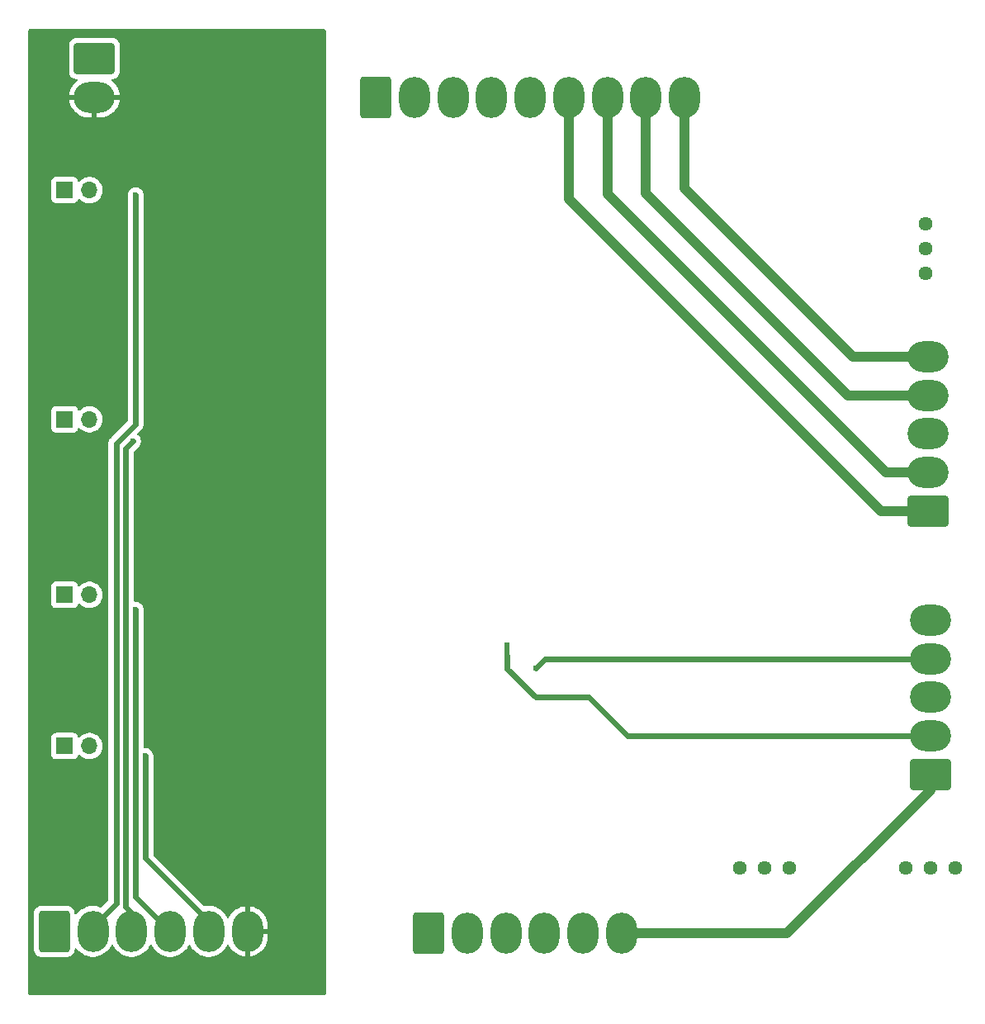
<source format=gbr>
%TF.GenerationSoftware,KiCad,Pcbnew,9.0.0*%
%TF.CreationDate,2025-03-19T21:00:22-07:00*%
%TF.ProjectId,CRT_main_supply_2,4352545f-6d61-4696-9e5f-737570706c79,rev?*%
%TF.SameCoordinates,Original*%
%TF.FileFunction,Copper,L2,Bot*%
%TF.FilePolarity,Positive*%
%FSLAX46Y46*%
G04 Gerber Fmt 4.6, Leading zero omitted, Abs format (unit mm)*
G04 Created by KiCad (PCBNEW 9.0.0) date 2025-03-19 21:00:22*
%MOMM*%
%LPD*%
G01*
G04 APERTURE LIST*
G04 Aperture macros list*
%AMRoundRect*
0 Rectangle with rounded corners*
0 $1 Rounding radius*
0 $2 $3 $4 $5 $6 $7 $8 $9 X,Y pos of 4 corners*
0 Add a 4 corners polygon primitive as box body*
4,1,4,$2,$3,$4,$5,$6,$7,$8,$9,$2,$3,0*
0 Add four circle primitives for the rounded corners*
1,1,$1+$1,$2,$3*
1,1,$1+$1,$4,$5*
1,1,$1+$1,$6,$7*
1,1,$1+$1,$8,$9*
0 Add four rect primitives between the rounded corners*
20,1,$1+$1,$2,$3,$4,$5,0*
20,1,$1+$1,$4,$5,$6,$7,0*
20,1,$1+$1,$6,$7,$8,$9,0*
20,1,$1+$1,$8,$9,$2,$3,0*%
G04 Aperture macros list end*
%TA.AperFunction,ComponentPad*%
%ADD10R,1.700000X1.700000*%
%TD*%
%TA.AperFunction,ComponentPad*%
%ADD11O,1.700000X1.700000*%
%TD*%
%TA.AperFunction,ComponentPad*%
%ADD12RoundRect,0.250000X-1.330000X-1.850000X1.330000X-1.850000X1.330000X1.850000X-1.330000X1.850000X0*%
%TD*%
%TA.AperFunction,ComponentPad*%
%ADD13O,3.160000X4.200000*%
%TD*%
%TA.AperFunction,HeatsinkPad*%
%ADD14C,0.500000*%
%TD*%
%TA.AperFunction,HeatsinkPad*%
%ADD15R,0.500000X1.600000*%
%TD*%
%TA.AperFunction,ComponentPad*%
%ADD16C,1.440000*%
%TD*%
%TA.AperFunction,ComponentPad*%
%ADD17RoundRect,0.250000X-1.850000X1.330000X-1.850000X-1.330000X1.850000X-1.330000X1.850000X1.330000X0*%
%TD*%
%TA.AperFunction,ComponentPad*%
%ADD18O,4.200000X3.160000*%
%TD*%
%TA.AperFunction,ComponentPad*%
%ADD19RoundRect,0.250000X1.850000X-1.330000X1.850000X1.330000X-1.850000X1.330000X-1.850000X-1.330000X0*%
%TD*%
%TA.AperFunction,ViaPad*%
%ADD20C,0.600000*%
%TD*%
%TA.AperFunction,Conductor*%
%ADD21C,0.600000*%
%TD*%
%TA.AperFunction,Conductor*%
%ADD22C,1.000000*%
%TD*%
G04 APERTURE END LIST*
D10*
%TO.P,J2,1,Pin_1*%
%TO.N,+12V*%
X107225000Y-128000000D03*
D11*
%TO.P,J2,2,Pin_2*%
%TO.N,Net-(D3-K)*%
X109765000Y-128000000D03*
%TD*%
D10*
%TO.P,J1,1,Pin_1*%
%TO.N,+12V*%
X107225000Y-112500000D03*
D11*
%TO.P,J1,2,Pin_2*%
%TO.N,Net-(D1-K)*%
X109765000Y-112500000D03*
%TD*%
D12*
%TO.P,J4,1,Pin_1*%
%TO.N,+12V*%
X106160000Y-147000000D03*
D13*
%TO.P,J4,2,Pin_2*%
%TO.N,/High Voltage Amp Supply/ENABLE*%
X110120000Y-147000000D03*
%TO.P,J4,3,Pin_3*%
%TO.N,/Anode Supply/ENABLE*%
X114080000Y-147000000D03*
%TO.P,J4,4,Pin_4*%
%TO.N,/Filament Supply/ENABLE*%
X118040000Y-147000000D03*
%TO.P,J4,5,Pin_5*%
%TO.N,/Grid Supply/ENABLE*%
X122000000Y-147000000D03*
%TO.P,J4,6,Pin_6*%
%TO.N,GND*%
X125960000Y-147000000D03*
%TD*%
D14*
%TO.P,U2,7,PAD*%
%TO.N,heater*%
X152612500Y-118700000D03*
D15*
X152612500Y-118150000D03*
D14*
X152612500Y-117600000D03*
%TD*%
D16*
%TO.P,RV2,1,1*%
%TO.N,Net-(R19-Pad2)*%
X193450000Y-140500000D03*
%TO.P,RV2,2,2*%
%TO.N,Net-(C20-Pad1)*%
X195990000Y-140500000D03*
%TO.P,RV2,3,3*%
%TO.N,-1500V*%
X198530000Y-140500000D03*
%TD*%
%TO.P,RV1,1,1*%
%TO.N,+300V*%
X195500000Y-74460000D03*
%TO.P,RV1,2,2*%
%TO.N,anode*%
X195500000Y-77000000D03*
%TO.P,RV1,3,3*%
%TO.N,GND*%
X195500000Y-79540000D03*
%TD*%
D17*
%TO.P,J9,1,Pin_1*%
%TO.N,Net-(J9-Pin_1)*%
X110275000Y-57520000D03*
D18*
%TO.P,J9,2,Pin_2*%
%TO.N,GND*%
X110275000Y-61480000D03*
%TD*%
D10*
%TO.P,J8,1,Pin_1*%
%TO.N,+12V*%
X107225000Y-94500000D03*
D11*
%TO.P,J8,2,Pin_2*%
%TO.N,Net-(D7-K)*%
X109765000Y-94500000D03*
%TD*%
D19*
%TO.P,J6,1,Pin_1*%
%TO.N,X1*%
X195725000Y-103920000D03*
D18*
%TO.P,J6,2,Pin_2*%
%TO.N,X2*%
X195725000Y-99960000D03*
%TO.P,J6,3,Pin_3*%
%TO.N,anode*%
X195725000Y-96000000D03*
%TO.P,J6,4,Pin_4*%
%TO.N,Y1*%
X195725000Y-92040000D03*
%TO.P,J6,5,Pin_5*%
%TO.N,Y2*%
X195725000Y-88080000D03*
%TD*%
D10*
%TO.P,J7,1,Pin_1*%
%TO.N,+12V*%
X107225000Y-71000000D03*
D11*
%TO.P,J7,2,Pin_2*%
%TO.N,Net-(D6-K)*%
X109765000Y-71000000D03*
%TD*%
D12*
%TO.P,J10,1,Pin_1*%
%TO.N,+12V*%
X144540000Y-147225000D03*
D13*
%TO.P,J10,2,Pin_2*%
%TO.N,GND*%
X148500000Y-147225000D03*
%TO.P,J10,3,Pin_3*%
%TO.N,unconnected-(J10-Pin_3-Pad3)*%
X152460000Y-147225000D03*
%TO.P,J10,4,Pin_4*%
%TO.N,-1500V*%
X156420000Y-147225000D03*
%TO.P,J10,5,Pin_5*%
%TO.N,grid_supply*%
X160380000Y-147225000D03*
%TO.P,J10,6,Pin_6*%
%TO.N,grid*%
X164340000Y-147225000D03*
%TD*%
D19*
%TO.P,J5,1,Pin_1*%
%TO.N,grid*%
X196000000Y-130920000D03*
D18*
%TO.P,J5,2,Pin_2*%
%TO.N,heater*%
X196000000Y-126960000D03*
%TO.P,J5,3,Pin_3*%
%TO.N,cathode*%
X196000000Y-123000000D03*
%TO.P,J5,4,Pin_4*%
X196000000Y-119040000D03*
%TO.P,J5,5,Pin_5*%
%TO.N,focus*%
X196000000Y-115080000D03*
%TD*%
D16*
%TO.P,RV3,1,1*%
%TO.N,Net-(R25-Pad2)*%
X176420000Y-140500000D03*
%TO.P,RV3,2,2*%
%TO.N,Net-(C21-Pad1)*%
X178960000Y-140500000D03*
%TO.P,RV3,3,3*%
%TO.N,Net-(R19-Pad1)*%
X181500000Y-140500000D03*
%TD*%
D12*
%TO.P,J3,1,Pin_1*%
%TO.N,+12V*%
X139120000Y-61500000D03*
D13*
%TO.P,J3,2,Pin_2*%
%TO.N,GND*%
X143080000Y-61500000D03*
%TO.P,J3,3,Pin_3*%
%TO.N,unconnected-(J3-Pin_3-Pad3)*%
X147040000Y-61500000D03*
%TO.P,J3,4,Pin_4*%
%TO.N,+300V*%
X151000000Y-61500000D03*
%TO.P,J3,5,Pin_5*%
%TO.N,unconnected-(J3-Pin_5-Pad5)*%
X154960000Y-61500000D03*
%TO.P,J3,6,Pin_6*%
%TO.N,X1*%
X158920000Y-61500000D03*
%TO.P,J3,7,Pin_7*%
%TO.N,X2*%
X162880000Y-61500000D03*
%TO.P,J3,8,Pin_8*%
%TO.N,Y1*%
X166840000Y-61500000D03*
%TO.P,J3,9,Pin_9*%
%TO.N,Y2*%
X170800000Y-61500000D03*
%TD*%
D20*
%TO.N,GND*%
X109000000Y-139000000D03*
X118000000Y-83000000D03*
X109000000Y-89000000D03*
X109000000Y-122500000D03*
X120500000Y-67000000D03*
X120500000Y-124500000D03*
X109000000Y-80000000D03*
X120000000Y-139000000D03*
X109000000Y-115000000D03*
X109000000Y-97000000D03*
X117000000Y-108500000D03*
X109000000Y-108500000D03*
X109000000Y-130500000D03*
%TO.N,heater*%
X161000000Y-123000000D03*
%TO.N,cathode*%
X155500000Y-120000000D03*
%TO.N,/Filament Supply/ENABLE*%
X114500000Y-114000000D03*
%TO.N,/Grid Supply/ENABLE*%
X115500000Y-129000000D03*
%TO.N,/High Voltage Amp Supply/ENABLE*%
X114500000Y-71500000D03*
%TO.N,/Anode Supply/ENABLE*%
X114250000Y-96750000D03*
%TD*%
D21*
%TO.N,heater*%
X161000000Y-123000000D02*
X155500000Y-123000000D01*
X152612500Y-120112500D02*
X152612500Y-118700000D01*
X155500000Y-123000000D02*
X152612500Y-120112500D01*
X196000000Y-126960000D02*
X164960000Y-126960000D01*
X164960000Y-126960000D02*
X161000000Y-123000000D01*
%TO.N,cathode*%
X156460000Y-119040000D02*
X155500000Y-120000000D01*
X196000000Y-119040000D02*
X156460000Y-119040000D01*
%TO.N,/Filament Supply/ENABLE*%
X114500000Y-114000000D02*
X114500000Y-143460000D01*
X114500000Y-143460000D02*
X118040000Y-147000000D01*
%TO.N,/Grid Supply/ENABLE*%
X115500000Y-139500000D02*
X122000000Y-146000000D01*
X122000000Y-146000000D02*
X122000000Y-147000000D01*
X115500000Y-129000000D02*
X115500000Y-139500000D01*
%TO.N,/High Voltage Amp Supply/ENABLE*%
X110120000Y-146480000D02*
X110120000Y-147000000D01*
X112500000Y-97000000D02*
X112500000Y-144100000D01*
X114500000Y-95000000D02*
X112500000Y-97000000D01*
X112500000Y-144100000D02*
X110120000Y-146480000D01*
X114500000Y-71500000D02*
X114500000Y-95000000D01*
%TO.N,/Anode Supply/ENABLE*%
X113500000Y-144500000D02*
X114080000Y-145080000D01*
X114250000Y-96750000D02*
X113500000Y-97500000D01*
X114080000Y-145080000D02*
X114080000Y-147000000D01*
X113500000Y-97500000D02*
X113500000Y-144500000D01*
D22*
%TO.N,X2*%
X162880000Y-61500000D02*
X162880000Y-71380000D01*
X191460000Y-99960000D02*
X195725000Y-99960000D01*
X162880000Y-71380000D02*
X191460000Y-99960000D01*
%TO.N,Y2*%
X170800000Y-61500000D02*
X170800000Y-70800000D01*
X188080000Y-88080000D02*
X195725000Y-88080000D01*
X170800000Y-70800000D02*
X188080000Y-88080000D01*
%TO.N,Y1*%
X166840000Y-71340000D02*
X166840000Y-61500000D01*
X195725000Y-92040000D02*
X187540000Y-92040000D01*
X187540000Y-92040000D02*
X166840000Y-71340000D01*
%TO.N,X1*%
X158920000Y-71920000D02*
X158920000Y-61500000D01*
X195725000Y-103920000D02*
X190920000Y-103920000D01*
X190920000Y-103920000D02*
X158920000Y-71920000D01*
%TO.N,grid*%
X164340000Y-147225000D02*
X181275000Y-147225000D01*
X196000000Y-132500000D02*
X196000000Y-130920000D01*
X181275000Y-147225000D02*
X196000000Y-132500000D01*
%TD*%
%TA.AperFunction,Conductor*%
%TO.N,GND*%
G36*
X133943039Y-54520185D02*
G01*
X133988794Y-54572989D01*
X134000000Y-54624500D01*
X134000000Y-153375500D01*
X133980315Y-153442539D01*
X133927511Y-153488294D01*
X133876000Y-153499500D01*
X103624500Y-153499500D01*
X103557461Y-153479815D01*
X103511706Y-153427011D01*
X103500500Y-153375500D01*
X103500500Y-145099983D01*
X104079500Y-145099983D01*
X104079500Y-148900001D01*
X104079501Y-148900018D01*
X104090000Y-149002796D01*
X104090001Y-149002799D01*
X104145185Y-149169331D01*
X104145186Y-149169334D01*
X104237288Y-149318656D01*
X104361344Y-149442712D01*
X104510666Y-149534814D01*
X104677203Y-149589999D01*
X104779991Y-149600500D01*
X107540008Y-149600499D01*
X107642797Y-149589999D01*
X107809334Y-149534814D01*
X107958656Y-149442712D01*
X108082712Y-149318656D01*
X108174814Y-149169334D01*
X108229999Y-149002797D01*
X108240500Y-148900009D01*
X108240499Y-148853472D01*
X108260182Y-148786437D01*
X108312985Y-148740681D01*
X108382144Y-148730736D01*
X108445700Y-148759759D01*
X108462875Y-148777988D01*
X108552439Y-148894710D01*
X108552445Y-148894717D01*
X108745282Y-149087554D01*
X108745289Y-149087560D01*
X108961656Y-149253584D01*
X109197840Y-149389945D01*
X109197855Y-149389952D01*
X109325225Y-149442710D01*
X109449810Y-149494315D01*
X109713244Y-149564902D01*
X109983637Y-149600500D01*
X109983644Y-149600500D01*
X110256356Y-149600500D01*
X110256363Y-149600500D01*
X110526756Y-149564902D01*
X110790190Y-149494315D01*
X111042156Y-149389947D01*
X111278344Y-149253584D01*
X111494712Y-149087559D01*
X111687559Y-148894712D01*
X111853584Y-148678344D01*
X111989947Y-148442156D01*
X111989946Y-148442156D01*
X111991977Y-148438640D01*
X111993420Y-148439473D01*
X112036083Y-148393093D01*
X112103676Y-148375405D01*
X112170103Y-148397068D01*
X112206758Y-148439370D01*
X112208023Y-148438640D01*
X112346415Y-148678343D01*
X112512439Y-148894710D01*
X112512445Y-148894717D01*
X112705282Y-149087554D01*
X112705289Y-149087560D01*
X112921656Y-149253584D01*
X113157840Y-149389945D01*
X113157855Y-149389952D01*
X113285225Y-149442710D01*
X113409810Y-149494315D01*
X113673244Y-149564902D01*
X113943637Y-149600500D01*
X113943644Y-149600500D01*
X114216356Y-149600500D01*
X114216363Y-149600500D01*
X114486756Y-149564902D01*
X114750190Y-149494315D01*
X115002156Y-149389947D01*
X115238344Y-149253584D01*
X115454712Y-149087559D01*
X115647559Y-148894712D01*
X115813584Y-148678344D01*
X115949947Y-148442156D01*
X115949946Y-148442156D01*
X115951977Y-148438640D01*
X115953420Y-148439473D01*
X115996083Y-148393093D01*
X116063676Y-148375405D01*
X116130103Y-148397068D01*
X116166758Y-148439370D01*
X116168023Y-148438640D01*
X116306415Y-148678343D01*
X116472439Y-148894710D01*
X116472445Y-148894717D01*
X116665282Y-149087554D01*
X116665289Y-149087560D01*
X116881656Y-149253584D01*
X117117840Y-149389945D01*
X117117855Y-149389952D01*
X117245225Y-149442710D01*
X117369810Y-149494315D01*
X117633244Y-149564902D01*
X117903637Y-149600500D01*
X117903644Y-149600500D01*
X118176356Y-149600500D01*
X118176363Y-149600500D01*
X118446756Y-149564902D01*
X118710190Y-149494315D01*
X118962156Y-149389947D01*
X119198344Y-149253584D01*
X119414712Y-149087559D01*
X119607559Y-148894712D01*
X119773584Y-148678344D01*
X119909947Y-148442156D01*
X119909946Y-148442156D01*
X119911977Y-148438640D01*
X119913420Y-148439473D01*
X119956083Y-148393093D01*
X120023676Y-148375405D01*
X120090103Y-148397068D01*
X120126758Y-148439370D01*
X120128023Y-148438640D01*
X120266415Y-148678343D01*
X120432439Y-148894710D01*
X120432445Y-148894717D01*
X120625282Y-149087554D01*
X120625289Y-149087560D01*
X120841656Y-149253584D01*
X121077840Y-149389945D01*
X121077855Y-149389952D01*
X121205225Y-149442710D01*
X121329810Y-149494315D01*
X121593244Y-149564902D01*
X121863637Y-149600500D01*
X121863644Y-149600500D01*
X122136356Y-149600500D01*
X122136363Y-149600500D01*
X122406756Y-149564902D01*
X122670190Y-149494315D01*
X122922156Y-149389947D01*
X123158344Y-149253584D01*
X123374712Y-149087559D01*
X123567559Y-148894712D01*
X123733584Y-148678344D01*
X123869947Y-148442156D01*
X123869946Y-148442156D01*
X123871977Y-148438640D01*
X123873264Y-148439383D01*
X123916359Y-148392528D01*
X123983953Y-148374838D01*
X124050379Y-148396500D01*
X124087297Y-148439096D01*
X124088472Y-148438418D01*
X124226831Y-148678066D01*
X124392818Y-148894382D01*
X124392826Y-148894391D01*
X124585609Y-149087174D01*
X124585617Y-149087181D01*
X124801933Y-149253168D01*
X125038062Y-149389496D01*
X125038072Y-149389500D01*
X125289970Y-149493840D01*
X125553344Y-149564411D01*
X125710000Y-149585034D01*
X125710000Y-147867904D01*
X125871358Y-147900000D01*
X126048642Y-147900000D01*
X126210000Y-147867904D01*
X126210000Y-149585033D01*
X126366655Y-149564411D01*
X126630029Y-149493840D01*
X126881927Y-149389500D01*
X126881937Y-149389496D01*
X127118066Y-149253168D01*
X127334382Y-149087181D01*
X127334391Y-149087174D01*
X127527174Y-148894391D01*
X127527181Y-148894382D01*
X127693168Y-148678066D01*
X127829496Y-148441937D01*
X127829500Y-148441927D01*
X127933840Y-148190029D01*
X128004411Y-147926655D01*
X128040000Y-147656330D01*
X128040000Y-147250000D01*
X126827904Y-147250000D01*
X126860000Y-147088642D01*
X126860000Y-146911358D01*
X126827904Y-146750000D01*
X128040000Y-146750000D01*
X128040000Y-146343669D01*
X128004411Y-146073344D01*
X127933840Y-145809970D01*
X127829500Y-145558072D01*
X127829496Y-145558062D01*
X127693168Y-145321933D01*
X127527181Y-145105617D01*
X127527174Y-145105609D01*
X127334391Y-144912826D01*
X127334382Y-144912818D01*
X127118066Y-144746831D01*
X126881937Y-144610503D01*
X126881927Y-144610499D01*
X126630029Y-144506159D01*
X126366655Y-144435588D01*
X126210000Y-144414963D01*
X126210000Y-146132095D01*
X126048642Y-146100000D01*
X125871358Y-146100000D01*
X125710000Y-146132095D01*
X125710000Y-144414963D01*
X125709999Y-144414963D01*
X125553344Y-144435588D01*
X125289970Y-144506159D01*
X125038072Y-144610499D01*
X125038062Y-144610503D01*
X124801933Y-144746831D01*
X124585617Y-144912818D01*
X124392818Y-145105617D01*
X124226831Y-145321933D01*
X124088472Y-145561582D01*
X124087133Y-145560809D01*
X124044150Y-145607500D01*
X123976548Y-145625159D01*
X123910131Y-145603466D01*
X123873095Y-145560714D01*
X123871977Y-145561360D01*
X123733584Y-145321656D01*
X123567560Y-145105289D01*
X123567554Y-145105282D01*
X123374717Y-144912445D01*
X123374710Y-144912439D01*
X123158343Y-144746415D01*
X122922159Y-144610054D01*
X122922144Y-144610047D01*
X122670188Y-144505684D01*
X122406754Y-144435097D01*
X122136372Y-144399501D01*
X122136369Y-144399500D01*
X122136363Y-144399500D01*
X121863637Y-144399500D01*
X121863631Y-144399500D01*
X121863627Y-144399501D01*
X121630835Y-144430149D01*
X121561800Y-144419383D01*
X121526969Y-144394891D01*
X116336819Y-139204741D01*
X116303334Y-139143418D01*
X116300500Y-139117060D01*
X116300500Y-128921155D01*
X116300499Y-128921153D01*
X116292272Y-128879792D01*
X116269737Y-128766503D01*
X116245428Y-128707816D01*
X116209397Y-128620827D01*
X116209390Y-128620814D01*
X116121789Y-128489711D01*
X116121786Y-128489707D01*
X116010292Y-128378213D01*
X116010288Y-128378210D01*
X115879185Y-128290609D01*
X115879172Y-128290602D01*
X115733501Y-128230264D01*
X115733489Y-128230261D01*
X115578845Y-128199500D01*
X115578842Y-128199500D01*
X115424500Y-128199500D01*
X115357461Y-128179815D01*
X115311706Y-128127011D01*
X115300500Y-128075500D01*
X115300500Y-113921155D01*
X115300499Y-113921153D01*
X115269738Y-113766510D01*
X115269737Y-113766503D01*
X115245317Y-113707547D01*
X115209397Y-113620827D01*
X115209390Y-113620814D01*
X115121789Y-113489711D01*
X115121786Y-113489707D01*
X115010292Y-113378213D01*
X115010288Y-113378210D01*
X114879185Y-113290609D01*
X114879172Y-113290602D01*
X114733501Y-113230264D01*
X114733489Y-113230261D01*
X114578845Y-113199500D01*
X114578842Y-113199500D01*
X114424500Y-113199500D01*
X114357461Y-113179815D01*
X114311706Y-113127011D01*
X114300500Y-113075500D01*
X114300500Y-97882940D01*
X114320185Y-97815901D01*
X114336819Y-97795259D01*
X114871786Y-97260292D01*
X114871789Y-97260289D01*
X114893374Y-97227983D01*
X114935680Y-97164670D01*
X114935680Y-97164669D01*
X114959394Y-97129179D01*
X115019737Y-96983497D01*
X115050500Y-96828842D01*
X115050500Y-96671158D01*
X115050500Y-96671155D01*
X115050499Y-96671153D01*
X115019738Y-96516510D01*
X115019737Y-96516503D01*
X115008640Y-96489712D01*
X114959397Y-96370827D01*
X114959390Y-96370814D01*
X114871789Y-96239711D01*
X114871786Y-96239707D01*
X114760292Y-96128213D01*
X114760284Y-96128207D01*
X114732205Y-96109445D01*
X114687399Y-96055833D01*
X114678692Y-95986508D01*
X114708846Y-95923481D01*
X114713391Y-95918685D01*
X115121789Y-95510289D01*
X115128330Y-95500500D01*
X115209394Y-95379179D01*
X115269737Y-95233497D01*
X115300500Y-95078842D01*
X115300500Y-71421158D01*
X115300500Y-71421155D01*
X115300499Y-71421153D01*
X115269738Y-71266510D01*
X115269737Y-71266503D01*
X115269735Y-71266498D01*
X115209397Y-71120827D01*
X115209390Y-71120814D01*
X115121789Y-70989711D01*
X115121786Y-70989707D01*
X115010292Y-70878213D01*
X115010288Y-70878210D01*
X114879185Y-70790609D01*
X114879172Y-70790602D01*
X114733501Y-70730264D01*
X114733489Y-70730261D01*
X114578845Y-70699500D01*
X114578842Y-70699500D01*
X114421158Y-70699500D01*
X114421155Y-70699500D01*
X114266510Y-70730261D01*
X114266498Y-70730264D01*
X114120827Y-70790602D01*
X114120814Y-70790609D01*
X113989711Y-70878210D01*
X113989707Y-70878213D01*
X113878213Y-70989707D01*
X113878210Y-70989711D01*
X113790609Y-71120814D01*
X113790602Y-71120827D01*
X113730264Y-71266498D01*
X113730261Y-71266510D01*
X113699500Y-71421153D01*
X113699500Y-94617060D01*
X113679815Y-94684099D01*
X113663181Y-94704741D01*
X111989711Y-96378211D01*
X111933960Y-96433962D01*
X111878209Y-96489712D01*
X111790609Y-96620814D01*
X111790602Y-96620827D01*
X111730264Y-96766498D01*
X111730261Y-96766510D01*
X111699500Y-96921153D01*
X111699500Y-143717059D01*
X111679815Y-143784098D01*
X111663181Y-143804740D01*
X110970431Y-144497489D01*
X110909108Y-144530974D01*
X110839416Y-144525990D01*
X110835297Y-144524369D01*
X110790192Y-144505685D01*
X110526754Y-144435097D01*
X110256372Y-144399501D01*
X110256369Y-144399500D01*
X110256363Y-144399500D01*
X109983637Y-144399500D01*
X109983631Y-144399500D01*
X109983627Y-144399501D01*
X109713245Y-144435097D01*
X109449811Y-144505684D01*
X109197855Y-144610047D01*
X109197840Y-144610054D01*
X108961656Y-144746415D01*
X108745289Y-144912439D01*
X108745282Y-144912445D01*
X108552445Y-145105282D01*
X108552439Y-145105289D01*
X108462875Y-145222012D01*
X108406447Y-145263215D01*
X108336701Y-145267370D01*
X108275781Y-145233158D01*
X108243028Y-145171440D01*
X108240499Y-145146526D01*
X108240499Y-145099998D01*
X108240498Y-145099981D01*
X108229999Y-144997203D01*
X108229998Y-144997200D01*
X108202039Y-144912826D01*
X108174814Y-144830666D01*
X108082712Y-144681344D01*
X107958656Y-144557288D01*
X107809334Y-144465186D01*
X107642797Y-144410001D01*
X107642795Y-144410000D01*
X107540010Y-144399500D01*
X104779998Y-144399500D01*
X104779981Y-144399501D01*
X104677203Y-144410000D01*
X104677200Y-144410001D01*
X104510668Y-144465185D01*
X104510663Y-144465187D01*
X104361342Y-144557289D01*
X104237289Y-144681342D01*
X104145187Y-144830663D01*
X104145186Y-144830666D01*
X104090001Y-144997203D01*
X104090001Y-144997204D01*
X104090000Y-144997204D01*
X104079500Y-145099983D01*
X103500500Y-145099983D01*
X103500500Y-127102135D01*
X105874500Y-127102135D01*
X105874500Y-128897870D01*
X105874501Y-128897876D01*
X105880908Y-128957483D01*
X105931202Y-129092328D01*
X105931206Y-129092335D01*
X106017452Y-129207544D01*
X106017455Y-129207547D01*
X106132664Y-129293793D01*
X106132671Y-129293797D01*
X106267517Y-129344091D01*
X106267516Y-129344091D01*
X106274444Y-129344835D01*
X106327127Y-129350500D01*
X108122872Y-129350499D01*
X108182483Y-129344091D01*
X108317331Y-129293796D01*
X108432546Y-129207546D01*
X108518796Y-129092331D01*
X108567810Y-128960916D01*
X108609681Y-128904984D01*
X108675145Y-128880566D01*
X108743418Y-128895417D01*
X108771673Y-128916569D01*
X108885213Y-129030109D01*
X109057179Y-129155048D01*
X109057181Y-129155049D01*
X109057184Y-129155051D01*
X109246588Y-129251557D01*
X109448757Y-129317246D01*
X109658713Y-129350500D01*
X109658714Y-129350500D01*
X109871286Y-129350500D01*
X109871287Y-129350500D01*
X110081243Y-129317246D01*
X110283412Y-129251557D01*
X110472816Y-129155051D01*
X110559138Y-129092335D01*
X110644786Y-129030109D01*
X110644788Y-129030106D01*
X110644792Y-129030104D01*
X110795104Y-128879792D01*
X110795106Y-128879788D01*
X110795109Y-128879786D01*
X110920048Y-128707820D01*
X110920047Y-128707820D01*
X110920051Y-128707816D01*
X111016557Y-128518412D01*
X111082246Y-128316243D01*
X111115500Y-128106287D01*
X111115500Y-127893713D01*
X111082246Y-127683757D01*
X111016557Y-127481588D01*
X110920051Y-127292184D01*
X110920049Y-127292181D01*
X110920048Y-127292179D01*
X110795109Y-127120213D01*
X110644786Y-126969890D01*
X110472820Y-126844951D01*
X110283414Y-126748444D01*
X110283413Y-126748443D01*
X110283412Y-126748443D01*
X110081243Y-126682754D01*
X110081241Y-126682753D01*
X110081240Y-126682753D01*
X109919957Y-126657208D01*
X109871287Y-126649500D01*
X109658713Y-126649500D01*
X109610042Y-126657208D01*
X109448760Y-126682753D01*
X109246585Y-126748444D01*
X109057179Y-126844951D01*
X108885215Y-126969889D01*
X108771673Y-127083431D01*
X108710350Y-127116915D01*
X108640658Y-127111931D01*
X108584725Y-127070059D01*
X108567810Y-127039082D01*
X108518797Y-126907671D01*
X108518793Y-126907664D01*
X108432547Y-126792455D01*
X108432544Y-126792452D01*
X108317335Y-126706206D01*
X108317328Y-126706202D01*
X108182482Y-126655908D01*
X108182483Y-126655908D01*
X108122883Y-126649501D01*
X108122881Y-126649500D01*
X108122873Y-126649500D01*
X108122864Y-126649500D01*
X106327129Y-126649500D01*
X106327123Y-126649501D01*
X106267516Y-126655908D01*
X106132671Y-126706202D01*
X106132664Y-126706206D01*
X106017455Y-126792452D01*
X106017452Y-126792455D01*
X105931206Y-126907664D01*
X105931202Y-126907671D01*
X105880908Y-127042517D01*
X105874501Y-127102116D01*
X105874500Y-127102135D01*
X103500500Y-127102135D01*
X103500500Y-111602135D01*
X105874500Y-111602135D01*
X105874500Y-113397870D01*
X105874501Y-113397876D01*
X105880908Y-113457483D01*
X105931202Y-113592328D01*
X105931206Y-113592335D01*
X106017452Y-113707544D01*
X106017455Y-113707547D01*
X106132664Y-113793793D01*
X106132671Y-113793797D01*
X106267517Y-113844091D01*
X106267516Y-113844091D01*
X106274444Y-113844835D01*
X106327127Y-113850500D01*
X108122872Y-113850499D01*
X108182483Y-113844091D01*
X108317331Y-113793796D01*
X108432546Y-113707546D01*
X108518796Y-113592331D01*
X108567810Y-113460916D01*
X108609681Y-113404984D01*
X108675145Y-113380566D01*
X108743418Y-113395417D01*
X108771673Y-113416569D01*
X108885213Y-113530109D01*
X109057179Y-113655048D01*
X109057181Y-113655049D01*
X109057184Y-113655051D01*
X109246588Y-113751557D01*
X109448757Y-113817246D01*
X109658713Y-113850500D01*
X109658714Y-113850500D01*
X109871286Y-113850500D01*
X109871287Y-113850500D01*
X110081243Y-113817246D01*
X110283412Y-113751557D01*
X110472816Y-113655051D01*
X110559138Y-113592335D01*
X110644786Y-113530109D01*
X110644788Y-113530106D01*
X110644792Y-113530104D01*
X110795104Y-113379792D01*
X110795106Y-113379788D01*
X110795109Y-113379786D01*
X110920048Y-113207820D01*
X110920047Y-113207820D01*
X110920051Y-113207816D01*
X111016557Y-113018412D01*
X111082246Y-112816243D01*
X111115500Y-112606287D01*
X111115500Y-112393713D01*
X111082246Y-112183757D01*
X111016557Y-111981588D01*
X110920051Y-111792184D01*
X110920049Y-111792181D01*
X110920048Y-111792179D01*
X110795109Y-111620213D01*
X110644786Y-111469890D01*
X110472820Y-111344951D01*
X110283414Y-111248444D01*
X110283413Y-111248443D01*
X110283412Y-111248443D01*
X110081243Y-111182754D01*
X110081241Y-111182753D01*
X110081240Y-111182753D01*
X109919957Y-111157208D01*
X109871287Y-111149500D01*
X109658713Y-111149500D01*
X109610042Y-111157208D01*
X109448760Y-111182753D01*
X109246585Y-111248444D01*
X109057179Y-111344951D01*
X108885215Y-111469889D01*
X108771673Y-111583431D01*
X108710350Y-111616915D01*
X108640658Y-111611931D01*
X108584725Y-111570059D01*
X108567810Y-111539082D01*
X108518797Y-111407671D01*
X108518793Y-111407664D01*
X108432547Y-111292455D01*
X108432544Y-111292452D01*
X108317335Y-111206206D01*
X108317328Y-111206202D01*
X108182482Y-111155908D01*
X108182483Y-111155908D01*
X108122883Y-111149501D01*
X108122881Y-111149500D01*
X108122873Y-111149500D01*
X108122864Y-111149500D01*
X106327129Y-111149500D01*
X106327123Y-111149501D01*
X106267516Y-111155908D01*
X106132671Y-111206202D01*
X106132664Y-111206206D01*
X106017455Y-111292452D01*
X106017452Y-111292455D01*
X105931206Y-111407664D01*
X105931202Y-111407671D01*
X105880908Y-111542517D01*
X105874501Y-111602116D01*
X105874500Y-111602135D01*
X103500500Y-111602135D01*
X103500500Y-93602135D01*
X105874500Y-93602135D01*
X105874500Y-95397870D01*
X105874501Y-95397876D01*
X105880908Y-95457483D01*
X105931202Y-95592328D01*
X105931206Y-95592335D01*
X106017452Y-95707544D01*
X106017455Y-95707547D01*
X106132664Y-95793793D01*
X106132671Y-95793797D01*
X106267517Y-95844091D01*
X106267516Y-95844091D01*
X106274444Y-95844835D01*
X106327127Y-95850500D01*
X108122872Y-95850499D01*
X108182483Y-95844091D01*
X108317331Y-95793796D01*
X108432546Y-95707546D01*
X108518796Y-95592331D01*
X108567810Y-95460916D01*
X108609681Y-95404984D01*
X108675145Y-95380566D01*
X108743418Y-95395417D01*
X108771673Y-95416569D01*
X108885213Y-95530109D01*
X109057179Y-95655048D01*
X109057181Y-95655049D01*
X109057184Y-95655051D01*
X109246588Y-95751557D01*
X109448757Y-95817246D01*
X109658713Y-95850500D01*
X109658714Y-95850500D01*
X109871286Y-95850500D01*
X109871287Y-95850500D01*
X110081243Y-95817246D01*
X110283412Y-95751557D01*
X110472816Y-95655051D01*
X110559138Y-95592335D01*
X110644786Y-95530109D01*
X110644788Y-95530106D01*
X110644792Y-95530104D01*
X110795104Y-95379792D01*
X110795106Y-95379788D01*
X110795109Y-95379786D01*
X110920048Y-95207820D01*
X110920047Y-95207820D01*
X110920051Y-95207816D01*
X111016557Y-95018412D01*
X111082246Y-94816243D01*
X111115500Y-94606287D01*
X111115500Y-94393713D01*
X111082246Y-94183757D01*
X111016557Y-93981588D01*
X110920051Y-93792184D01*
X110920049Y-93792181D01*
X110920048Y-93792179D01*
X110795109Y-93620213D01*
X110644786Y-93469890D01*
X110472820Y-93344951D01*
X110283414Y-93248444D01*
X110283413Y-93248443D01*
X110283412Y-93248443D01*
X110081243Y-93182754D01*
X110081241Y-93182753D01*
X110081240Y-93182753D01*
X109919957Y-93157208D01*
X109871287Y-93149500D01*
X109658713Y-93149500D01*
X109610042Y-93157208D01*
X109448760Y-93182753D01*
X109246585Y-93248444D01*
X109057179Y-93344951D01*
X108885215Y-93469889D01*
X108771673Y-93583431D01*
X108710350Y-93616915D01*
X108640658Y-93611931D01*
X108584725Y-93570059D01*
X108567810Y-93539082D01*
X108518797Y-93407671D01*
X108518793Y-93407664D01*
X108432547Y-93292455D01*
X108432544Y-93292452D01*
X108317335Y-93206206D01*
X108317328Y-93206202D01*
X108182482Y-93155908D01*
X108182483Y-93155908D01*
X108122883Y-93149501D01*
X108122881Y-93149500D01*
X108122873Y-93149500D01*
X108122864Y-93149500D01*
X106327129Y-93149500D01*
X106327123Y-93149501D01*
X106267516Y-93155908D01*
X106132671Y-93206202D01*
X106132664Y-93206206D01*
X106017455Y-93292452D01*
X106017452Y-93292455D01*
X105931206Y-93407664D01*
X105931202Y-93407671D01*
X105880908Y-93542517D01*
X105874501Y-93602116D01*
X105874500Y-93602135D01*
X103500500Y-93602135D01*
X103500500Y-70102135D01*
X105874500Y-70102135D01*
X105874500Y-71897870D01*
X105874501Y-71897876D01*
X105880908Y-71957483D01*
X105931202Y-72092328D01*
X105931206Y-72092335D01*
X106017452Y-72207544D01*
X106017455Y-72207547D01*
X106132664Y-72293793D01*
X106132671Y-72293797D01*
X106267517Y-72344091D01*
X106267516Y-72344091D01*
X106274444Y-72344835D01*
X106327127Y-72350500D01*
X108122872Y-72350499D01*
X108182483Y-72344091D01*
X108317331Y-72293796D01*
X108432546Y-72207546D01*
X108518796Y-72092331D01*
X108567810Y-71960916D01*
X108609681Y-71904984D01*
X108675145Y-71880566D01*
X108743418Y-71895417D01*
X108771673Y-71916569D01*
X108885213Y-72030109D01*
X109057179Y-72155048D01*
X109057181Y-72155049D01*
X109057184Y-72155051D01*
X109246588Y-72251557D01*
X109448757Y-72317246D01*
X109658713Y-72350500D01*
X109658714Y-72350500D01*
X109871286Y-72350500D01*
X109871287Y-72350500D01*
X110081243Y-72317246D01*
X110283412Y-72251557D01*
X110472816Y-72155051D01*
X110559138Y-72092335D01*
X110644786Y-72030109D01*
X110644788Y-72030106D01*
X110644792Y-72030104D01*
X110795104Y-71879792D01*
X110795106Y-71879788D01*
X110795109Y-71879786D01*
X110920048Y-71707820D01*
X110920047Y-71707820D01*
X110920051Y-71707816D01*
X111016557Y-71518412D01*
X111082246Y-71316243D01*
X111115500Y-71106287D01*
X111115500Y-70893713D01*
X111082246Y-70683757D01*
X111016557Y-70481588D01*
X110920051Y-70292184D01*
X110920049Y-70292181D01*
X110920048Y-70292179D01*
X110795109Y-70120213D01*
X110644786Y-69969890D01*
X110472820Y-69844951D01*
X110283414Y-69748444D01*
X110283413Y-69748443D01*
X110283412Y-69748443D01*
X110081243Y-69682754D01*
X110081241Y-69682753D01*
X110081240Y-69682753D01*
X109919957Y-69657208D01*
X109871287Y-69649500D01*
X109658713Y-69649500D01*
X109610042Y-69657208D01*
X109448760Y-69682753D01*
X109246585Y-69748444D01*
X109057179Y-69844951D01*
X108885215Y-69969889D01*
X108771673Y-70083431D01*
X108710350Y-70116915D01*
X108640658Y-70111931D01*
X108584725Y-70070059D01*
X108567810Y-70039082D01*
X108518797Y-69907671D01*
X108518793Y-69907664D01*
X108432547Y-69792455D01*
X108432544Y-69792452D01*
X108317335Y-69706206D01*
X108317328Y-69706202D01*
X108182482Y-69655908D01*
X108182483Y-69655908D01*
X108122883Y-69649501D01*
X108122881Y-69649500D01*
X108122873Y-69649500D01*
X108122864Y-69649500D01*
X106327129Y-69649500D01*
X106327123Y-69649501D01*
X106267516Y-69655908D01*
X106132671Y-69706202D01*
X106132664Y-69706206D01*
X106017455Y-69792452D01*
X106017452Y-69792455D01*
X105931206Y-69907664D01*
X105931202Y-69907671D01*
X105880908Y-70042517D01*
X105874501Y-70102116D01*
X105874500Y-70102135D01*
X103500500Y-70102135D01*
X103500500Y-56139983D01*
X107674500Y-56139983D01*
X107674500Y-58900001D01*
X107674501Y-58900018D01*
X107685000Y-59002796D01*
X107685001Y-59002799D01*
X107740185Y-59169331D01*
X107740186Y-59169334D01*
X107832288Y-59318656D01*
X107956344Y-59442712D01*
X108105666Y-59534814D01*
X108272203Y-59589999D01*
X108374991Y-59600500D01*
X108422347Y-59600499D01*
X108489383Y-59620182D01*
X108535139Y-59672985D01*
X108545084Y-59742144D01*
X108516061Y-59805700D01*
X108497833Y-59822874D01*
X108380617Y-59912818D01*
X108187818Y-60105617D01*
X108021831Y-60321933D01*
X107885503Y-60558062D01*
X107885499Y-60558072D01*
X107781159Y-60809970D01*
X107710588Y-61073344D01*
X107689965Y-61230000D01*
X109407096Y-61230000D01*
X109375000Y-61391358D01*
X109375000Y-61568642D01*
X109407096Y-61730000D01*
X107689965Y-61730000D01*
X107710588Y-61886655D01*
X107781159Y-62150029D01*
X107885499Y-62401927D01*
X107885503Y-62401937D01*
X108021831Y-62638066D01*
X108187818Y-62854382D01*
X108187826Y-62854391D01*
X108380609Y-63047174D01*
X108380617Y-63047181D01*
X108596933Y-63213168D01*
X108833062Y-63349496D01*
X108833072Y-63349500D01*
X109084970Y-63453840D01*
X109348344Y-63524411D01*
X109618669Y-63560000D01*
X110025000Y-63560000D01*
X110025000Y-62347904D01*
X110186358Y-62380000D01*
X110363642Y-62380000D01*
X110525000Y-62347904D01*
X110525000Y-63560000D01*
X110931331Y-63560000D01*
X111201655Y-63524411D01*
X111465029Y-63453840D01*
X111716927Y-63349500D01*
X111716937Y-63349496D01*
X111953066Y-63213168D01*
X112169382Y-63047181D01*
X112169391Y-63047174D01*
X112362174Y-62854391D01*
X112362181Y-62854382D01*
X112528168Y-62638066D01*
X112664496Y-62401937D01*
X112664500Y-62401927D01*
X112768840Y-62150029D01*
X112839411Y-61886655D01*
X112860035Y-61730000D01*
X111142904Y-61730000D01*
X111175000Y-61568642D01*
X111175000Y-61391358D01*
X111142904Y-61230000D01*
X112860034Y-61230000D01*
X112839411Y-61073344D01*
X112768840Y-60809970D01*
X112664500Y-60558072D01*
X112664496Y-60558062D01*
X112528168Y-60321933D01*
X112362181Y-60105617D01*
X112362174Y-60105609D01*
X112169391Y-59912826D01*
X112169382Y-59912818D01*
X112052166Y-59822874D01*
X112010964Y-59766446D01*
X112006809Y-59696700D01*
X112041022Y-59635780D01*
X112102739Y-59603028D01*
X112127652Y-59600499D01*
X112175008Y-59600499D01*
X112277797Y-59589999D01*
X112444334Y-59534814D01*
X112593656Y-59442712D01*
X112717712Y-59318656D01*
X112809814Y-59169334D01*
X112864999Y-59002797D01*
X112875500Y-58900009D01*
X112875499Y-56139992D01*
X112864999Y-56037203D01*
X112809814Y-55870666D01*
X112717712Y-55721344D01*
X112593656Y-55597288D01*
X112444334Y-55505186D01*
X112277797Y-55450001D01*
X112277795Y-55450000D01*
X112175010Y-55439500D01*
X108374998Y-55439500D01*
X108374981Y-55439501D01*
X108272203Y-55450000D01*
X108272200Y-55450001D01*
X108105668Y-55505185D01*
X108105663Y-55505187D01*
X107956342Y-55597289D01*
X107832289Y-55721342D01*
X107740187Y-55870663D01*
X107740186Y-55870666D01*
X107685001Y-56037203D01*
X107685001Y-56037204D01*
X107685000Y-56037204D01*
X107674500Y-56139983D01*
X103500500Y-56139983D01*
X103500500Y-54624500D01*
X103520185Y-54557461D01*
X103572989Y-54511706D01*
X103624500Y-54500500D01*
X133876000Y-54500500D01*
X133943039Y-54520185D01*
G37*
%TD.AperFunction*%
%TD*%
M02*

</source>
